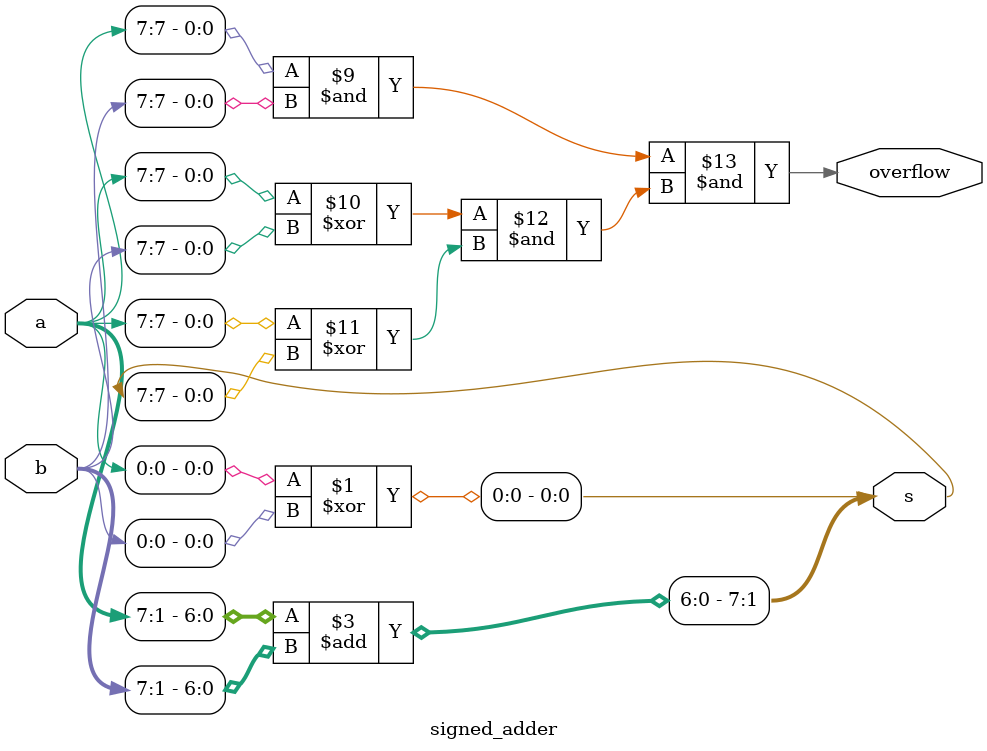
<source format=v>

module signed_adder(input [7:0] a,
    input [7:0] b,
    output [7:0] s,
    output overflow
); 

// The numbers a and b are added to the output s. 
// assign the occurence of the signed overflow of a and b to the output overflow.
// a signed overflow occurs if the most significant bits of a and b are low and the most significant bit of s is high
// a signed overflow may also occur if the most significant bits of a and b are high and the most significant bit of s is low


// Add two 8-bit numbers that may have an overflow.
// The carryout bit is the most significant bit of the output.

assign s[0] = a[0] ^ b[0] ^ 1'b0;
assign s[7:1] = a[7:1] + b[7:1];
assign carryout = a[7]&b[7] | ((a[7]^b[7]) & (a[7]^s[7]));

assign overflow = (a[7]&b[7]) & ((a[7]^b[7]) & (a[7]^s[7]));

endmodule

</source>
